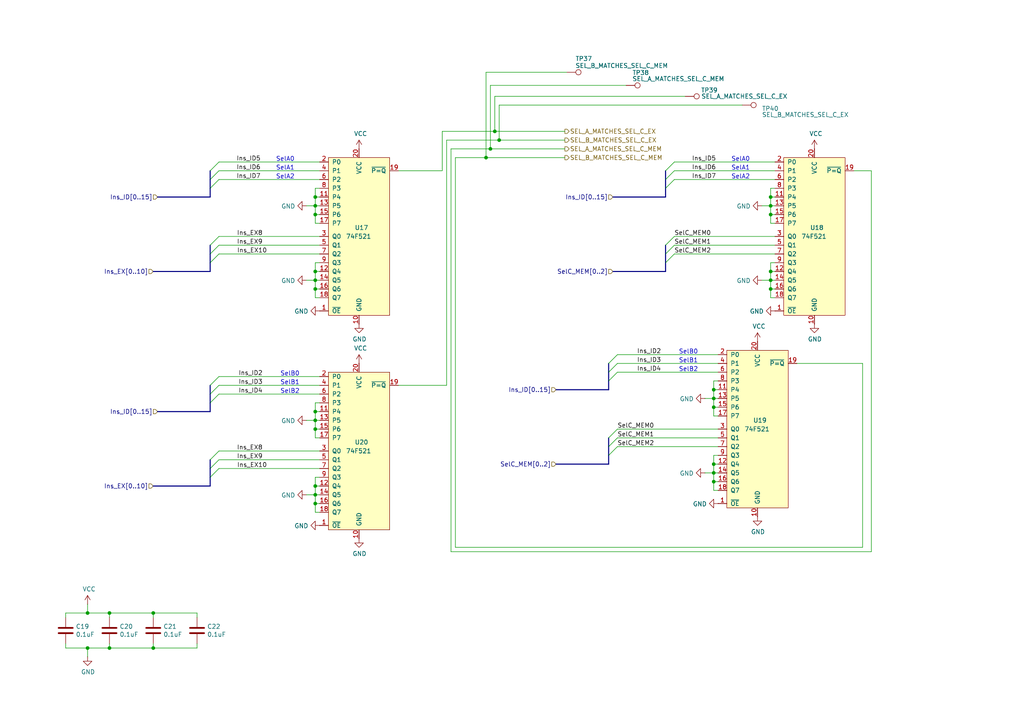
<source format=kicad_sch>
(kicad_sch (version 20250114) (generator "eeschema") (generator_version "9.0")
  (paper "A4")
  (title_block (date "2025-07-01") (rev "A"))
  (lib_symbols
    (symbol "Connector:TestPoint" (pin_numbers (hide yes)) (pin_names (offset 0.762) (hide yes))
      (property "Reference" "TP" (at 0 6.858 0))
      (property "Value" "TestPoint" (at 0 5.08 0))
      (symbol "TestPoint_0_1"
        (circle (center 0 3.302) (radius 0.762))
      )
      (symbol "TestPoint_1_1"
        (pin passive line (at 0 0 90) (length 2.54) (name "1") (number "1"))
      )
    )
    (symbol "Device:C" (pin_numbers (hide yes)) (pin_names (offset 0.254))
      (property "Reference" "C" (at 0.635 2.54 0))
      (property "Value" "C" (at 0.635 -2.54 0))
      (symbol "C_0_1"
        (polyline (pts (xy -2.032 0.762) (xy 2.032 0.762)) (stroke (width 0.508)))
        (polyline (pts (xy -2.032 -0.762) (xy 2.032 -0.762)) (stroke (width 0.508)))
      )
      (symbol "C_1_1"
        (pin passive line (at 0 3.81 270) (length 2.794) (name "~") (number "1"))
        (pin passive line (at 0 -3.81 90) (length 2.794) (name "~") (number "2"))
      )
    )
    (symbol "Turtle16:74F521" (pin_names (offset 1.016))
      (symbol "74F521_0_0"
        (pin input line (at -11.43 19.05 0) (length 2.54) (name "P0") (number "2"))
        (pin input line (at -11.43 16.51 0) (length 2.54) (name "P1") (number "4"))
        (pin input line (at -11.43 13.97 0) (length 2.54) (name "P2") (number "6"))
        (pin input line (at -11.43 11.43 0) (length 2.54) (name "P3") (number "8"))
        (pin input line (at -11.43 8.89 0) (length 2.54) (name "P4") (number "11"))
        (pin input line (at -11.43 6.35 0) (length 2.54) (name "P5") (number "13"))
        (pin input line (at -11.43 3.81 0) (length 2.54) (name "P6") (number "15"))
        (pin input line (at -11.43 1.27 0) (length 2.54) (name "P7") (number "17"))
        (pin input line (at -11.43 -2.54 0) (length 2.54) (name "Q0") (number "3"))
        (pin input line (at -11.43 -5.08 0) (length 2.54) (name "Q1") (number "5"))
        (pin input line (at -11.43 -7.62 0) (length 2.54) (name "Q2") (number "7"))
        (pin input line (at -11.43 -10.16 0) (length 2.54) (name "Q3") (number "9"))
        (pin input line (at -11.43 -12.7 0) (length 2.54) (name "Q4") (number "12"))
        (pin input line (at -11.43 -15.24 0) (length 2.54) (name "Q5") (number "14"))
        (pin input line (at -11.43 -17.78 0) (length 2.54) (name "Q6") (number "16"))
        (pin input line (at -11.43 -20.32 0) (length 2.54) (name "Q7") (number "18"))
        (pin input line (at -11.43 -24.13 0) (length 2.54) (name "~{OE}") (number "1"))
        (pin power_in line (at 0 22.86 270) (length 2.54) (name "VCC") (number "20"))
        (pin power_in line (at 0 -27.94 90) (length 2.54) (name "GND") (number "10"))
        (pin output line (at 11.43 16.51 180) (length 2.54) (name "~{P=Q}") (number "19"))
      )
      (symbol "74F521_0_1"
        (rectangle (start -8.89 20.32) (end 8.89 -25.4) (fill (type background)))
      )
    )
    (symbol "power:GND" (power) (pin_numbers (hide yes)) (pin_names (offset 0) (hide yes))
      (property "Value" "GND" (at 0 -3.81 0))
      (symbol "GND_0_1"
        (polyline (pts (xy 0 0) (xy 0 -1.27) (xy 1.27 -1.27) (xy 0 -2.54) (xy -1.27 -1.27) (xy 0 -1.27)))
      )
      (symbol "GND_1_1"
        (pin power_in line (at 0 0 270) (length 0) (name "~") (number "1"))
      )
    )
    (symbol "power:VCC" (power) (pin_numbers (hide yes)) (pin_names (offset 0) (hide yes))
      (property "Value" "VCC" (at 0 3.556 0))
      (symbol "VCC_0_1"
        (polyline (pts (xy -0.762 1.27) (xy 0 2.54)))
        (polyline (pts (xy 0 2.54) (xy 0.762 1.27)))
        (polyline (pts (xy 0 0) (xy 0 2.54)))
      )
      (symbol "VCC_1_1"
        (pin power_in line (at 0 0 90) (length 0) (name "~") (number "1"))
      )
    )
  )
  (text "SelA0" (at 212.09 46.99 0) (effects (font (size 1.27 1.27)) (justify left bottom)))
  (text "SelB1" (at 81.28 111.76 0) (effects (font (size 1.27 1.27)) (justify left bottom)))
  (text "SelA2" (at 212.09 52.07 0) (effects (font (size 1.27 1.27)) (justify left bottom)))
  (text "SelA1" (at 212.09 49.53 0) (effects (font (size 1.27 1.27)) (justify left bottom)))
  (text "SelB2" (at 196.85 107.95 0) (effects (font (size 1.27 1.27)) (justify left bottom)))
  (text "SelA0" (at 80.01 46.99 0) (effects (font (size 1.27 1.27)) (justify left bottom)))
  (text "SelB2" (at 81.28 114.3 0) (effects (font (size 1.27 1.27)) (justify left bottom)))
  (text "SelA1" (at 80.01 49.53 0) (effects (font (size 1.27 1.27)) (justify left bottom)))
  (text "SelA2" (at 80.01 52.07 0) (effects (font (size 1.27 1.27)) (justify left bottom)))
  (text "SelB0" (at 196.85 102.87 0) (effects (font (size 1.27 1.27)) (justify left bottom)))
  (text "SelB0" (at 81.28 109.22 0) (effects (font (size 1.27 1.27)) (justify left bottom)))
  (text "SelB1" (at 196.85 105.41 0) (effects (font (size 1.27 1.27)) (justify left bottom)))
  (junction (at 207.01 139.7))
  (junction (at 144.78 40.64))
  (junction (at 25.4 177.8))
  (junction (at 207.01 113.03))
  (junction (at 91.44 57.15))
  (junction (at 207.01 137.16))
  (junction (at 143.51 38.1))
  (junction (at 223.52 78.74))
  (junction (at 91.44 119.38))
  (junction (at 223.52 59.69))
  (junction (at 142.24 43.18))
  (junction (at 140.97 45.72))
  (junction (at 25.4 187.96))
  (junction (at 91.44 146.05))
  (junction (at 91.44 140.97))
  (junction (at 207.01 118.11))
  (junction (at 223.52 57.15))
  (junction (at 223.52 62.23))
  (junction (at 91.44 143.51))
  (junction (at 91.44 59.69))
  (junction (at 91.44 81.28))
  (junction (at 223.52 83.82))
  (junction (at 44.45 187.96))
  (junction (at 31.75 187.96))
  (junction (at 223.52 81.28))
  (junction (at 31.75 177.8))
  (junction (at 91.44 62.23))
  (junction (at 91.44 121.92))
  (junction (at 207.01 115.57))
  (junction (at 207.01 134.62))
  (junction (at 44.45 177.8))
  (junction (at 91.44 83.82))
  (junction (at 91.44 78.74))
  (junction (at 91.44 124.46))
  (bus_entry (at 193.04 71.12) (size 2.54 -2.54))
  (bus_entry (at 63.5 46.99) (size -2.54 2.54))
  (bus_entry (at 176.53 127) (size 2.54 -2.54))
  (bus_entry (at 179.07 102.87) (size -2.54 2.54))
  (bus_entry (at 63.5 49.53) (size -2.54 2.54))
  (bus_entry (at 193.04 76.2) (size 2.54 -2.54))
  (bus_entry (at 179.07 105.41) (size -2.54 2.54))
  (bus_entry (at 60.96 138.43) (size 2.54 -2.54))
  (bus_entry (at 63.5 114.3) (size -2.54 2.54))
  (bus_entry (at 176.53 132.08) (size 2.54 -2.54))
  (bus_entry (at 195.58 49.53) (size -2.54 2.54))
  (bus_entry (at 60.96 71.12) (size 2.54 -2.54))
  (bus_entry (at 63.5 109.22) (size -2.54 2.54))
  (bus_entry (at 195.58 46.99) (size -2.54 2.54))
  (bus_entry (at 63.5 111.76) (size -2.54 2.54))
  (bus_entry (at 179.07 107.95) (size -2.54 2.54))
  (bus_entry (at 60.96 135.89) (size 2.54 -2.54))
  (bus_entry (at 195.58 52.07) (size -2.54 2.54))
  (bus_entry (at 60.96 133.35) (size 2.54 -2.54))
  (bus_entry (at 63.5 52.07) (size -2.54 2.54))
  (bus_entry (at 193.04 73.66) (size 2.54 -2.54))
  (bus_entry (at 60.96 73.66) (size 2.54 -2.54))
  (bus_entry (at 176.53 129.54) (size 2.54 -2.54))
  (bus_entry (at 60.96 76.2) (size 2.54 -2.54))
  (bus (pts (xy 60.96 52.07) (xy 60.96 54.61)))
  (wire (pts (xy 143.51 27.94) (xy 143.51 38.1)))
  (bus (pts (xy 60.96 49.53) (xy 60.96 52.07)))
  (wire (pts (xy 91.44 57.15) (xy 91.44 59.69)))
  (wire (pts (xy 140.97 45.72) (xy 163.83 45.72)))
  (bus (pts (xy 177.8 78.74) (xy 193.04 78.74)))
  (wire (pts (xy 44.45 187.96) (xy 57.15 187.96)))
  (wire (pts (xy 91.44 62.23) (xy 91.44 64.77)))
  (wire (pts (xy 195.58 46.99) (xy 224.79 46.99)))
  (bus (pts (xy 161.29 134.62) (xy 176.53 134.62)))
  (bus (pts (xy 176.53 110.49) (xy 176.53 113.03)))
  (bus (pts (xy 176.53 105.41) (xy 176.53 107.95)))
  (wire (pts (xy 130.81 43.18) (xy 142.24 43.18)))
  (bus (pts (xy 176.53 127) (xy 176.53 129.54)))
  (wire (pts (xy 92.71 140.97) (xy 91.44 140.97)))
  (wire (pts (xy 231.14 105.41) (xy 250.19 105.41)))
  (wire (pts (xy 63.5 109.22) (xy 92.71 109.22)))
  (bus (pts (xy 60.96 135.89) (xy 60.96 138.43)))
  (bus (pts (xy 176.53 132.08) (xy 176.53 134.62)))
  (wire (pts (xy 91.44 121.92) (xy 91.44 124.46)))
  (wire (pts (xy 132.08 45.72) (xy 140.97 45.72)))
  (wire (pts (xy 224.79 68.58) (xy 195.58 68.58)))
  (wire (pts (xy 223.52 59.69) (xy 224.79 59.69)))
  (wire (pts (xy 215.265 30.48) (xy 144.78 30.48)))
  (bus (pts (xy 176.53 129.54) (xy 176.53 132.08)))
  (bus (pts (xy 193.04 73.66) (xy 193.04 76.2)))
  (wire (pts (xy 207.01 115.57) (xy 208.28 115.57)))
  (wire (pts (xy 25.4 190.5) (xy 25.4 187.96)))
  (wire (pts (xy 207.01 139.7) (xy 207.01 142.24)))
  (wire (pts (xy 57.15 177.8) (xy 57.15 179.07)))
  (wire (pts (xy 91.44 121.92) (xy 88.9 121.92)))
  (wire (pts (xy 142.24 24.765) (xy 142.24 43.18)))
  (wire (pts (xy 224.79 57.15) (xy 223.52 57.15)))
  (wire (pts (xy 25.4 187.96) (xy 31.75 187.96)))
  (wire (pts (xy 91.44 59.69) (xy 91.44 62.23)))
  (wire (pts (xy 207.01 137.16) (xy 204.47 137.16)))
  (wire (pts (xy 91.44 59.69) (xy 92.71 59.69)))
  (bus (pts (xy 193.04 71.12) (xy 193.04 73.66)))
  (wire (pts (xy 207.01 120.65) (xy 208.28 120.65)))
  (wire (pts (xy 207.01 137.16) (xy 207.01 139.7)))
  (bus (pts (xy 60.96 57.15) (xy 45.72 57.15)))
  (wire (pts (xy 179.07 102.87) (xy 208.28 102.87)))
  (wire (pts (xy 223.52 64.77) (xy 224.79 64.77)))
  (bus (pts (xy 193.04 49.53) (xy 193.04 52.07)))
  (wire (pts (xy 142.24 24.765) (xy 181.61 24.765)))
  (wire (pts (xy 208.28 129.54) (xy 179.07 129.54)))
  (wire (pts (xy 207.01 142.24) (xy 208.28 142.24)))
  (wire (pts (xy 91.44 138.43) (xy 91.44 140.97)))
  (wire (pts (xy 250.19 158.75) (xy 132.08 158.75)))
  (wire (pts (xy 207.01 137.16) (xy 208.28 137.16)))
  (wire (pts (xy 224.79 73.66) (xy 195.58 73.66)))
  (wire (pts (xy 19.05 177.8) (xy 25.4 177.8)))
  (bus (pts (xy 60.96 73.66) (xy 60.96 76.2)))
  (wire (pts (xy 195.58 71.12) (xy 224.79 71.12)))
  (wire (pts (xy 19.05 179.07) (xy 19.05 177.8)))
  (bus (pts (xy 44.45 78.74) (xy 60.96 78.74)))
  (wire (pts (xy 92.71 83.82) (xy 91.44 83.82)))
  (wire (pts (xy 92.71 116.84) (xy 91.44 116.84)))
  (wire (pts (xy 63.5 68.58) (xy 92.71 68.58)))
  (bus (pts (xy 176.53 107.95) (xy 176.53 110.49)))
  (wire (pts (xy 208.28 124.46) (xy 179.07 124.46)))
  (wire (pts (xy 91.44 143.51) (xy 92.71 143.51)))
  (wire (pts (xy 25.4 175.26) (xy 25.4 177.8)))
  (wire (pts (xy 223.52 57.15) (xy 223.52 59.69)))
  (bus (pts (xy 176.53 113.03) (xy 161.29 113.03)))
  (wire (pts (xy 223.52 54.61) (xy 223.52 57.15)))
  (wire (pts (xy 91.44 81.28) (xy 91.44 83.82)))
  (wire (pts (xy 208.28 118.11) (xy 207.01 118.11)))
  (wire (pts (xy 92.71 76.2) (xy 91.44 76.2)))
  (wire (pts (xy 91.44 83.82) (xy 91.44 86.36)))
  (wire (pts (xy 195.58 49.53) (xy 224.79 49.53)))
  (wire (pts (xy 91.44 119.38) (xy 91.44 121.92)))
  (wire (pts (xy 63.5 71.12) (xy 92.71 71.12)))
  (wire (pts (xy 223.52 81.28) (xy 223.52 83.82)))
  (wire (pts (xy 208.28 110.49) (xy 207.01 110.49)))
  (bus (pts (xy 193.04 54.61) (xy 193.04 57.15)))
  (wire (pts (xy 207.01 115.57) (xy 207.01 118.11)))
  (wire (pts (xy 91.44 121.92) (xy 92.71 121.92)))
  (wire (pts (xy 91.44 148.59) (xy 92.71 148.59)))
  (wire (pts (xy 207.01 110.49) (xy 207.01 113.03)))
  (wire (pts (xy 91.44 81.28) (xy 92.71 81.28)))
  (wire (pts (xy 208.28 132.08) (xy 207.01 132.08)))
  (bus (pts (xy 193.04 57.15) (xy 177.8 57.15)))
  (wire (pts (xy 92.71 54.61) (xy 91.44 54.61)))
  (bus (pts (xy 60.96 133.35) (xy 60.96 135.89)))
  (bus (pts (xy 60.96 114.3) (xy 60.96 116.84)))
  (wire (pts (xy 91.44 54.61) (xy 91.44 57.15)))
  (wire (pts (xy 92.71 146.05) (xy 91.44 146.05)))
  (wire (pts (xy 223.52 86.36) (xy 224.79 86.36)))
  (wire (pts (xy 128.27 49.53) (xy 128.27 38.1)))
  (wire (pts (xy 91.44 76.2) (xy 91.44 78.74)))
  (wire (pts (xy 223.52 83.82) (xy 223.52 86.36)))
  (wire (pts (xy 91.44 143.51) (xy 88.9 143.51)))
  (wire (pts (xy 207.01 113.03) (xy 207.01 115.57)))
  (wire (pts (xy 224.79 78.74) (xy 223.52 78.74)))
  (wire (pts (xy 44.45 177.8) (xy 57.15 177.8)))
  (wire (pts (xy 91.44 78.74) (xy 91.44 81.28)))
  (wire (pts (xy 63.5 73.66) (xy 92.71 73.66)))
  (bus (pts (xy 60.96 71.12) (xy 60.96 73.66)))
  (bus (pts (xy 60.96 116.84) (xy 60.96 119.38)))
  (wire (pts (xy 91.44 146.05) (xy 91.44 148.59)))
  (wire (pts (xy 207.01 134.62) (xy 207.01 137.16)))
  (bus (pts (xy 193.04 76.2) (xy 193.04 78.74)))
  (wire (pts (xy 224.79 54.61) (xy 223.52 54.61)))
  (wire (pts (xy 63.5 114.3) (xy 92.71 114.3)))
  (wire (pts (xy 224.79 76.2) (xy 223.52 76.2)))
  (wire (pts (xy 223.52 59.69) (xy 220.98 59.69)))
  (wire (pts (xy 140.97 20.955) (xy 164.465 20.955)))
  (wire (pts (xy 223.52 76.2) (xy 223.52 78.74)))
  (wire (pts (xy 92.71 124.46) (xy 91.44 124.46)))
  (wire (pts (xy 252.73 160.02) (xy 130.81 160.02)))
  (wire (pts (xy 19.05 187.96) (xy 25.4 187.96)))
  (wire (pts (xy 63.5 111.76) (xy 92.71 111.76)))
  (wire (pts (xy 92.71 119.38) (xy 91.44 119.38)))
  (wire (pts (xy 142.24 43.18) (xy 163.83 43.18)))
  (wire (pts (xy 63.5 46.99) (xy 92.71 46.99)))
  (wire (pts (xy 195.58 52.07) (xy 224.79 52.07)))
  (wire (pts (xy 140.97 20.955) (xy 140.97 45.72)))
  (wire (pts (xy 91.44 116.84) (xy 91.44 119.38)))
  (wire (pts (xy 144.78 40.64) (xy 163.83 40.64)))
  (wire (pts (xy 25.4 177.8) (xy 31.75 177.8)))
  (wire (pts (xy 92.71 57.15) (xy 91.44 57.15)))
  (wire (pts (xy 63.5 130.81) (xy 92.71 130.81)))
  (bus (pts (xy 60.96 138.43) (xy 60.96 140.97)))
  (wire (pts (xy 115.57 49.53) (xy 128.27 49.53)))
  (bus (pts (xy 44.45 140.97) (xy 60.96 140.97)))
  (wire (pts (xy 31.75 177.8) (xy 31.75 179.07)))
  (wire (pts (xy 92.71 62.23) (xy 91.44 62.23)))
  (wire (pts (xy 129.54 40.64) (xy 144.78 40.64)))
  (wire (pts (xy 31.75 187.96) (xy 31.75 186.69)))
  (bus (pts (xy 60.96 76.2) (xy 60.96 78.74)))
  (wire (pts (xy 223.52 62.23) (xy 223.52 64.77)))
  (wire (pts (xy 207.01 115.57) (xy 204.47 115.57)))
  (bus (pts (xy 193.04 52.07) (xy 193.04 54.61)))
  (wire (pts (xy 179.07 127) (xy 208.28 127)))
  (wire (pts (xy 31.75 177.8) (xy 44.45 177.8)))
  (wire (pts (xy 129.54 40.64) (xy 129.54 111.76)))
  (wire (pts (xy 247.65 49.53) (xy 252.73 49.53)))
  (wire (pts (xy 63.5 133.35) (xy 92.71 133.35)))
  (wire (pts (xy 252.73 49.53) (xy 252.73 160.02)))
  (wire (pts (xy 91.44 81.28) (xy 88.9 81.28)))
  (wire (pts (xy 224.79 83.82) (xy 223.52 83.82)))
  (wire (pts (xy 130.81 43.18) (xy 130.81 160.02)))
  (wire (pts (xy 223.52 81.28) (xy 220.98 81.28)))
  (wire (pts (xy 144.78 30.48) (xy 144.78 40.64)))
  (wire (pts (xy 91.44 124.46) (xy 91.44 127)))
  (wire (pts (xy 19.05 186.69) (xy 19.05 187.96)))
  (wire (pts (xy 63.5 135.89) (xy 92.71 135.89)))
  (wire (pts (xy 92.71 138.43) (xy 91.44 138.43)))
  (wire (pts (xy 115.57 111.76) (xy 129.54 111.76)))
  (wire (pts (xy 91.44 59.69) (xy 88.9 59.69)))
  (wire (pts (xy 207.01 132.08) (xy 207.01 134.62)))
  (wire (pts (xy 57.15 187.96) (xy 57.15 186.69)))
  (bus (pts (xy 60.96 111.76) (xy 60.96 114.3)))
  (wire (pts (xy 91.44 86.36) (xy 92.71 86.36)))
  (wire (pts (xy 179.07 107.95) (xy 208.28 107.95)))
  (wire (pts (xy 91.44 143.51) (xy 91.44 146.05)))
  (wire (pts (xy 91.44 127) (xy 92.71 127)))
  (wire (pts (xy 143.51 38.1) (xy 163.83 38.1)))
  (wire (pts (xy 198.755 27.94) (xy 143.51 27.94)))
  (wire (pts (xy 92.71 78.74) (xy 91.44 78.74)))
  (wire (pts (xy 128.27 38.1) (xy 143.51 38.1)))
  (wire (pts (xy 44.45 177.8) (xy 44.45 179.07)))
  (wire (pts (xy 63.5 49.53) (xy 92.71 49.53)))
  (wire (pts (xy 223.52 59.69) (xy 223.52 62.23)))
  (wire (pts (xy 208.28 139.7) (xy 207.01 139.7)))
  (wire (pts (xy 91.44 140.97) (xy 91.44 143.51)))
  (wire (pts (xy 208.28 113.03) (xy 207.01 113.03)))
  (wire (pts (xy 31.75 187.96) (xy 44.45 187.96)))
  (bus (pts (xy 60.96 54.61) (xy 60.96 57.15)))
  (bus (pts (xy 60.96 119.38) (xy 45.72 119.38)))
  (wire (pts (xy 44.45 187.96) (xy 44.45 186.69)))
  (wire (pts (xy 179.07 105.41) (xy 208.28 105.41)))
  (wire (pts (xy 223.52 81.28) (xy 224.79 81.28)))
  (wire (pts (xy 132.08 45.72) (xy 132.08 158.75)))
  (wire (pts (xy 224.79 62.23) (xy 223.52 62.23)))
  (wire (pts (xy 207.01 118.11) (xy 207.01 120.65)))
  (wire (pts (xy 63.5 52.07) (xy 92.71 52.07)))
  (wire (pts (xy 223.52 78.74) (xy 223.52 81.28)))
  (wire (pts (xy 208.28 134.62) (xy 207.01 134.62)))
  (wire (pts (xy 91.44 64.77) (xy 92.71 64.77)))
  (wire (pts (xy 250.19 105.41) (xy 250.19 158.75)))
  (label "Ins_ID7" (at 200.66 52.07 0))
  (label "SelC_MEM1" (at 195.58 71.12 0))
  (label "SelC_MEM0" (at 195.58 68.58 0))
  (label "SelC_MEM0" (at 179.07 124.46 0))
  (label "Ins_ID3" (at 76.2 111.76 180))
  (label "Ins_EX9" (at 76.2 133.35 180))
  (label "Ins_EX10" (at 77.47 135.89 180))
  (label "Ins_EX9" (at 76.2 71.12 180))
  (label "Ins_EX8" (at 76.2 68.58 180))
  (label "Ins_ID2" (at 76.2 109.22 180))
  (label "Ins_EX8" (at 76.2 130.81 180))
  (label "SelC_MEM2" (at 179.07 129.54 0))
  (label "Ins_ID4" (at 76.2 114.3 180))
  (label "Ins_ID6" (at 68.58 49.53 0))
  (label "Ins_EX10" (at 77.47 73.66 180))
  (label "Ins_ID2" (at 191.77 102.87 180))
  (label "Ins_ID6" (at 200.66 49.53 0))
  (label "SelC_MEM1" (at 179.07 127 0))
  (label "Ins_ID3" (at 191.77 105.41 180))
  (label "SelC_MEM2" (at 195.58 73.66 0))
  (label "Ins_ID5" (at 200.66 46.99 0))
  (label "Ins_ID5" (at 68.58 46.99 0))
  (label "Ins_ID7" (at 68.58 52.07 0))
  (label "Ins_ID4" (at 191.77 107.95 180))
  (hierarchical_label "SEL_A_MATCHES_SEL_C_EX" (shape output) (at 163.83 38.1 0))
  (hierarchical_label "Ins_EX[0..10]" (shape input) (at 44.45 78.74 180))
  (hierarchical_label "SEL_A_MATCHES_SEL_C_MEM" (shape output) (at 163.83 43.18 0))
  (hierarchical_label "SEL_B_MATCHES_SEL_C_MEM" (shape output) (at 163.83 45.72 0))
  (hierarchical_label "SelC_MEM[0..2]" (shape input) (at 161.29 134.62 180))
  (hierarchical_label "Ins_ID[0..15]" (shape input) (at 161.29 113.03 180))
  (hierarchical_label "Ins_ID[0..15]" (shape input) (at 45.72 119.38 180))
  (hierarchical_label "Ins_ID[0..15]" (shape input) (at 45.72 57.15 180))
  (hierarchical_label "Ins_EX[0..10]" (shape input) (at 44.45 140.97 180))
  (hierarchical_label "SelC_MEM[0..2]" (shape input) (at 177.8 78.74 180))
  (hierarchical_label "Ins_ID[0..15]" (shape input) (at 177.8 57.15 180))
  (hierarchical_label "SEL_B_MATCHES_SEL_C_EX" (shape output) (at 163.83 40.64 0))
  (symbol (lib_id "Device:C") (at 19.05 182.88 0) (unit 1)
    (property "Reference" "C19" (at 21.971 181.7116 0) (effects (justify left)))
    (property "Value" "0.1uF" (at 21.971 184.023 0) (effects (justify left)))
    (property "Footprint" "Capacitor_SMD:C_0603_1608Metric" (effects (hide yes)))
    (property "Datasheet" "https://www.mouser.com/datasheet/2/396/taiyo_yuden_12132018_mlcc11_hq_e-1510082.pdf" (effects (hide yes)))
    (property "Manufacturer" "Taiyo Yuden" (effects (hide yes)))
    (property "Manufacturer#" "EMK107B7104KAHT" (effects (hide yes)))
    (property "Mouser#" "963-EMK107B7104KAHT" (effects (hide yes)))
    (property "Digikey#" "587-6004-1-ND" (effects (hide yes)))
    (instances (project "" (path "" (reference "C19") (unit 1))) (project "" (path "" (reference "C6") (unit 1))))
  )
  (symbol (lib_id "power:VCC") (at 25.4 175.26 0) (unit 1)
    (property "Reference" "#PWR0560" (effects (hide yes)))
    (property "Value" "VCC" (at 25.8318 170.8658 0))
    (property "Description" "Power symbol creates a global label with name \"VCC\"" (effects (hide yes)))
    (instances (project "" (path "" (reference "#PWR0560") (unit 1))) (project "" (path "" (reference "#PWR024") (unit 1))))
  )
  (symbol (lib_id "power:GND") (at 25.4 190.5 0) (unit 1)
    (property "Reference" "#PWR0561" (effects (hide yes)))
    (property "Value" "GND" (at 25.527 194.8942 0))
    (property "Description" "Power symbol creates a global label with name \"GND\" , ground" (effects (hide yes)))
    (instances (project "" (path "" (reference "#PWR0561") (unit 1))) (project "" (path "" (reference "#PWR025") (unit 1))))
  )
  (symbol (lib_id "Device:C") (at 31.75 182.88 0) (unit 1)
    (property "Reference" "C20" (at 34.671 181.7116 0) (effects (justify left)))
    (property "Value" "0.1uF" (at 34.671 184.023 0) (effects (justify left)))
    (property "Footprint" "Capacitor_SMD:C_0603_1608Metric" (effects (hide yes)))
    (property "Datasheet" "https://www.mouser.com/datasheet/2/396/taiyo_yuden_12132018_mlcc11_hq_e-1510082.pdf" (effects (hide yes)))
    (property "Manufacturer" "Taiyo Yuden" (effects (hide yes)))
    (property "Manufacturer#" "EMK107B7104KAHT" (effects (hide yes)))
    (property "Mouser#" "963-EMK107B7104KAHT" (effects (hide yes)))
    (property "Digikey#" "587-6004-1-ND" (effects (hide yes)))
    (instances (project "" (path "" (reference "C20") (unit 1))) (project "" (path "" (reference "C7") (unit 1))))
  )
  (symbol (lib_id "Device:C") (at 44.45 182.88 0) (unit 1)
    (property "Reference" "C21" (at 47.371 181.7116 0) (effects (justify left)))
    (property "Value" "0.1uF" (at 47.371 184.023 0) (effects (justify left)))
    (property "Footprint" "Capacitor_SMD:C_0603_1608Metric" (effects (hide yes)))
    (property "Datasheet" "https://www.mouser.com/datasheet/2/396/taiyo_yuden_12132018_mlcc11_hq_e-1510082.pdf" (effects (hide yes)))
    (property "Manufacturer" "Taiyo Yuden" (effects (hide yes)))
    (property "Manufacturer#" "EMK107B7104KAHT" (effects (hide yes)))
    (property "Mouser#" "963-EMK107B7104KAHT" (effects (hide yes)))
    (property "Digikey#" "587-6004-1-ND" (effects (hide yes)))
    (instances (project "" (path "" (reference "C21") (unit 1))) (project "" (path "" (reference "C8") (unit 1))))
  )
  (symbol (lib_id "Device:C") (at 57.15 182.88 0) (unit 1)
    (property "Reference" "C22" (at 60.071 181.7116 0) (effects (justify left)))
    (property "Value" "0.1uF" (at 60.071 184.023 0) (effects (justify left)))
    (property "Footprint" "Capacitor_SMD:C_0603_1608Metric" (effects (hide yes)))
    (property "Datasheet" "https://www.mouser.com/datasheet/2/396/taiyo_yuden_12132018_mlcc11_hq_e-1510082.pdf" (effects (hide yes)))
    (property "Manufacturer" "Taiyo Yuden" (effects (hide yes)))
    (property "Manufacturer#" "EMK107B7104KAHT" (effects (hide yes)))
    (property "Mouser#" "963-EMK107B7104KAHT" (effects (hide yes)))
    (property "Digikey#" "587-6004-1-ND" (effects (hide yes)))
    (instances (project "" (path "" (reference "C22") (unit 1))) (project "" (path "" (reference "C9") (unit 1))))
  )
  (symbol (lib_id "Turtle16:74F521") (at 104.14 66.04 0) (unit 1)
    (property "Reference" "U17" (at 102.87 66.04 0) (effects (justify left)))
    (property "Value" "74F521" (at 100.33 68.58 0) (effects (justify left)))
    (property "Footprint" "Package_SO:SOIC-20W_7.5x12.8mm_P1.27mm" (effects (hide yes)))
    (property "Datasheet" "https://www.ti.com/general/docs/suppproductinfo.tsp?distId=26&gotoUrl=https://www.ti.com/lit/gpn/sn74f521" (effects (hide yes)))
    (property "Manufacturer" "Texas Instruments" (effects (hide yes)))
    (property "Manufacturer#" "SN74F521DWR" (effects (hide yes)))
    (property "Mouser#" "595-SN74F521DWR" (effects (hide yes)))
    (property "Digikey#" "296-14819-1-ND" (effects (hide yes)))
    (instances (project "" (path "" (reference "U17") (unit 1))) (project "" (path "" (reference "U6") (unit 1))))
  )
  (symbol (lib_id "power:VCC") (at 104.14 43.18 0) (unit 1)
    (property "Reference" "#PWR0540" (effects (hide yes)))
    (property "Value" "VCC" (at 104.5718 38.7858 0))
    (property "Description" "Power symbol creates a global label with name \"VCC\"" (effects (hide yes)))
    (instances (project "" (path "" (reference "#PWR0540") (unit 1))) (project "" (path "" (reference "#PWR032") (unit 1))))
  )
  (symbol (lib_id "power:GND") (at 104.14 93.98 0) (unit 1)
    (property "Reference" "#PWR0548" (effects (hide yes)))
    (property "Value" "GND" (at 104.267 98.3742 0))
    (property "Description" "Power symbol creates a global label with name \"GND\" , ground" (effects (hide yes)))
    (instances (project "" (path "" (reference "#PWR0548") (unit 1))) (project "" (path "" (reference "#PWR033") (unit 1))))
  )
  (symbol (lib_id "power:GND") (at 92.71 90.17 270) (unit 1)
    (property "Reference" "#PWR0546" (effects (hide yes)))
    (property "Value" "GND" (at 89.4588 90.297 90) (effects (justify right)))
    (property "Description" "Power symbol creates a global label with name \"GND\" , ground" (effects (hide yes)))
    (instances (project "" (path "" (reference "#PWR0546") (unit 1))) (project "" (path "" (reference "#PWR030") (unit 1))))
  )
  (symbol (lib_id "power:GND") (at 88.9 81.28 270) (unit 1)
    (property "Reference" "#PWR0544" (effects (hide yes)))
    (property "Value" "GND" (at 85.6488 81.407 90) (effects (justify right)))
    (property "Description" "Power symbol creates a global label with name \"GND\" , ground" (effects (hide yes)))
    (instances (project "" (path "" (reference "#PWR0544") (unit 1))) (project "" (path "" (reference "#PWR027") (unit 1))))
  )
  (symbol (lib_id "power:GND") (at 88.9 59.69 270) (unit 1)
    (property "Reference" "#PWR0542" (effects (hide yes)))
    (property "Value" "GND" (at 85.6488 59.817 90) (effects (justify right)))
    (property "Description" "Power symbol creates a global label with name \"GND\" , ground" (effects (hide yes)))
    (instances (project "" (path "" (reference "#PWR0542") (unit 1))) (project "" (path "" (reference "#PWR026") (unit 1))))
  )
  (symbol (lib_id "Turtle16:74F521") (at 104.14 128.27 0) (unit 1)
    (property "Reference" "U20" (at 102.87 128.27 0) (effects (justify left)))
    (property "Value" "74F521" (at 100.33 130.81 0) (effects (justify left)))
    (property "Footprint" "Package_SO:SOIC-20W_7.5x12.8mm_P1.27mm" (effects (hide yes)))
    (property "Datasheet" "https://www.ti.com/general/docs/suppproductinfo.tsp?distId=26&gotoUrl=https://www.ti.com/lit/gpn/sn74f521" (effects (hide yes)))
    (property "Manufacturer" "Texas Instruments" (effects (hide yes)))
    (property "Manufacturer#" "SN74F521DWR" (effects (hide yes)))
    (property "Mouser#" "595-SN74F521DWR" (effects (hide yes)))
    (property "Digikey#" "296-14819-1-ND" (effects (hide yes)))
    (instances (project "" (path "" (reference "U20") (unit 1))) (project "" (path "" (reference "U7") (unit 1))))
  )
  (symbol (lib_id "power:VCC") (at 104.14 105.41 0) (unit 1)
    (property "Reference" "#PWR0551" (effects (hide yes)))
    (property "Value" "VCC" (at 104.5718 101.0158 0))
    (property "Description" "Power symbol creates a global label with name \"VCC\"" (effects (hide yes)))
    (instances (project "" (path "" (reference "#PWR0551") (unit 1))) (project "" (path "" (reference "#PWR034") (unit 1))))
  )
  (symbol (lib_id "power:GND") (at 104.14 156.21 0) (unit 1)
    (property "Reference" "#PWR0559" (effects (hide yes)))
    (property "Value" "GND" (at 104.267 160.6042 0))
    (property "Description" "Power symbol creates a global label with name \"GND\" , ground" (effects (hide yes)))
    (instances (project "" (path "" (reference "#PWR0559") (unit 1))) (project "" (path "" (reference "#PWR035") (unit 1))))
  )
  (symbol (lib_id "power:GND") (at 92.71 152.4 270) (unit 1)
    (property "Reference" "#PWR0558" (effects (hide yes)))
    (property "Value" "GND" (at 89.4588 152.527 90) (effects (justify right)))
    (property "Description" "Power symbol creates a global label with name \"GND\" , ground" (effects (hide yes)))
    (instances (project "" (path "" (reference "#PWR0558") (unit 1))) (project "" (path "" (reference "#PWR031") (unit 1))))
  )
  (symbol (lib_id "power:GND") (at 88.9 143.51 270) (unit 1)
    (property "Reference" "#PWR0555" (effects (hide yes)))
    (property "Value" "GND" (at 85.6488 143.637 90) (effects (justify right)))
    (property "Description" "Power symbol creates a global label with name \"GND\" , ground" (effects (hide yes)))
    (instances (project "" (path "" (reference "#PWR0555") (unit 1))) (project "" (path "" (reference "#PWR029") (unit 1))))
  )
  (symbol (lib_id "power:GND") (at 88.9 121.92 270) (unit 1)
    (property "Reference" "#PWR0553" (effects (hide yes)))
    (property "Value" "GND" (at 85.6488 122.047 90) (effects (justify right)))
    (property "Description" "Power symbol creates a global label with name \"GND\" , ground" (effects (hide yes)))
    (instances (project "" (path "" (reference "#PWR0553") (unit 1))) (project "" (path "" (reference "#PWR028") (unit 1))))
  )
  (symbol (lib_id "power:GND") (at 220.98 59.69 270) (unit 1)
    (property "Reference" "#PWR0543" (effects (hide yes)))
    (property "Value" "GND" (at 217.7288 59.817 90) (effects (justify right)))
    (property "Description" "Power symbol creates a global label with name \"GND\" , ground" (effects (hide yes)))
    (instances (project "" (path "" (reference "#PWR0543") (unit 1))) (project "" (path "" (reference "#PWR041") (unit 1))))
  )
  (symbol (lib_id "power:GND") (at 220.98 81.28 270) (unit 1)
    (property "Reference" "#PWR0545" (effects (hide yes)))
    (property "Value" "GND" (at 217.7288 81.407 90) (effects (justify right)))
    (property "Description" "Power symbol creates a global label with name \"GND\" , ground" (effects (hide yes)))
    (instances (project "" (path "" (reference "#PWR0545") (unit 1))) (project "" (path "" (reference "#PWR042") (unit 1))))
  )
  (symbol (lib_id "power:GND") (at 224.79 90.17 270) (unit 1)
    (property "Reference" "#PWR0547" (effects (hide yes)))
    (property "Value" "GND" (at 221.5388 90.297 90) (effects (justify right)))
    (property "Description" "Power symbol creates a global label with name \"GND\" , ground" (effects (hide yes)))
    (instances (project "" (path "" (reference "#PWR0547") (unit 1))) (project "" (path "" (reference "#PWR043") (unit 1))))
  )
  (symbol (lib_id "power:GND") (at 236.22 93.98 0) (unit 1)
    (property "Reference" "#PWR0549" (effects (hide yes)))
    (property "Value" "GND" (at 236.347 98.3742 0))
    (property "Description" "Power symbol creates a global label with name \"GND\" , ground" (effects (hide yes)))
    (instances (project "" (path "" (reference "#PWR0549") (unit 1))) (project "" (path "" (reference "#PWR045") (unit 1))))
  )
  (symbol (lib_id "power:VCC") (at 236.22 43.18 0) (unit 1)
    (property "Reference" "#PWR0541" (effects (hide yes)))
    (property "Value" "VCC" (at 236.6518 38.7858 0))
    (property "Description" "Power symbol creates a global label with name \"VCC\"" (effects (hide yes)))
    (instances (project "" (path "" (reference "#PWR0541") (unit 1))) (project "" (path "" (reference "#PWR044") (unit 1))))
  )
  (symbol (lib_id "Turtle16:74F521") (at 236.22 66.04 0) (unit 1)
    (property "Reference" "U18" (at 234.95 66.04 0) (effects (justify left)))
    (property "Value" "74F521" (at 232.41 68.58 0) (effects (justify left)))
    (property "Footprint" "Package_SO:SOIC-20W_7.5x12.8mm_P1.27mm" (effects (hide yes)))
    (property "Datasheet" "https://www.ti.com/general/docs/suppproductinfo.tsp?distId=26&gotoUrl=https://www.ti.com/lit/gpn/sn74f521" (effects (hide yes)))
    (property "Manufacturer" "Texas Instruments" (effects (hide yes)))
    (property "Manufacturer#" "SN74F521DWR" (effects (hide yes)))
    (property "Mouser#" "595-SN74F521DWR" (effects (hide yes)))
    (property "Digikey#" "296-14819-1-ND" (effects (hide yes)))
    (instances (project "" (path "" (reference "U18") (unit 1))) (project "" (path "" (reference "U9") (unit 1))))
  )
  (symbol (lib_id "Turtle16:74F521") (at 219.71 121.92 0) (unit 1)
    (property "Reference" "U19" (at 218.44 121.92 0) (effects (justify left)))
    (property "Value" "74F521" (at 215.9 124.46 0) (effects (justify left)))
    (property "Footprint" "Package_SO:SOIC-20W_7.5x12.8mm_P1.27mm" (effects (hide yes)))
    (property "Datasheet" "https://www.ti.com/general/docs/suppproductinfo.tsp?distId=26&gotoUrl=https://www.ti.com/lit/gpn/sn74f521" (effects (hide yes)))
    (property "Manufacturer" "Texas Instruments" (effects (hide yes)))
    (property "Manufacturer#" "SN74F521DWR" (effects (hide yes)))
    (property "Mouser#" "595-SN74F521DWR" (effects (hide yes)))
    (property "Digikey#" "296-14819-1-ND" (effects (hide yes)))
    (instances (project "" (path "" (reference "U19") (unit 1))) (project "" (path "" (reference "U8") (unit 1))))
  )
  (symbol (lib_id "power:VCC") (at 219.71 99.06 0) (unit 1)
    (property "Reference" "#PWR0550" (effects (hide yes)))
    (property "Value" "VCC" (at 220.1418 94.6658 0))
    (property "Description" "Power symbol creates a global label with name \"VCC\"" (effects (hide yes)))
    (instances (project "" (path "" (reference "#PWR0550") (unit 1))) (project "" (path "" (reference "#PWR039") (unit 1))))
  )
  (symbol (lib_id "power:GND") (at 219.71 149.86 0) (unit 1)
    (property "Reference" "#PWR0557" (effects (hide yes)))
    (property "Value" "GND" (at 219.837 154.2542 0))
    (property "Description" "Power symbol creates a global label with name \"GND\" , ground" (effects (hide yes)))
    (instances (project "" (path "" (reference "#PWR0557") (unit 1))) (project "" (path "" (reference "#PWR040") (unit 1))))
  )
  (symbol (lib_id "power:GND") (at 208.28 146.05 270) (unit 1)
    (property "Reference" "#PWR0556" (effects (hide yes)))
    (property "Value" "GND" (at 205.0288 146.177 90) (effects (justify right)))
    (property "Description" "Power symbol creates a global label with name \"GND\" , ground" (effects (hide yes)))
    (instances (project "" (path "" (reference "#PWR0556") (unit 1))) (project "" (path "" (reference "#PWR038") (unit 1))))
  )
  (symbol (lib_id "power:GND") (at 204.47 137.16 270) (unit 1)
    (property "Reference" "#PWR0554" (effects (hide yes)))
    (property "Value" "GND" (at 201.2188 137.287 90) (effects (justify right)))
    (property "Description" "Power symbol creates a global label with name \"GND\" , ground" (effects (hide yes)))
    (instances (project "" (path "" (reference "#PWR0554") (unit 1))) (project "" (path "" (reference "#PWR037") (unit 1))))
  )
  (symbol (lib_id "power:GND") (at 204.47 115.57 270) (unit 1)
    (property "Reference" "#PWR0552" (effects (hide yes)))
    (property "Value" "GND" (at 201.2188 115.697 90) (effects (justify right)))
    (property "Description" "Power symbol creates a global label with name \"GND\" , ground" (effects (hide yes)))
    (instances (project "" (path "" (reference "#PWR0552") (unit 1))) (project "" (path "" (reference "#PWR036") (unit 1))))
  )
  (symbol (lib_id "Connector:TestPoint") (at 215.265 30.48 270) (mirror x) (unit 1) (in_bom no)
    (property "Reference" "TP40" (at 220.98 31.496 90) (effects (justify left)))
    (property "Value" "SEL_B_MATCHES_SEL_C_EX" (at 220.98 33.274 90) (effects (justify left)))
    (property "Footprint" "TestPoint:TestPoint_Pad_D1.0mm" (effects (hide yes)))
    (instances (project "" (path "" (reference "TP40") (unit 1))) (project "" (path "" (reference "TP31") (unit 1))))
  )
  (symbol (lib_id "Connector:TestPoint") (at 164.465 20.955 270) (mirror x) (unit 1) (in_bom no)
    (property "Reference" "TP37" (at 166.878 17.018 90) (effects (justify left)))
    (property "Value" "SEL_B_MATCHES_SEL_C_MEM" (at 166.878 19.05 90) (effects (justify left)))
    (property "Footprint" "TestPoint:TestPoint_Pad_D1.0mm" (effects (hide yes)))
    (instances (project "" (path "" (reference "TP37") (unit 1))) (project "" (path "" (reference "TP28") (unit 1))))
  )
  (symbol (lib_id "Connector:TestPoint") (at 198.755 27.94 270) (mirror x) (unit 1) (in_bom no)
    (property "Reference" "TP39" (at 205.74 26.162 90))
    (property "Value" "SEL_A_MATCHES_SEL_C_EX" (at 215.9 27.94 90))
    (property "Footprint" "TestPoint:TestPoint_Pad_D1.0mm" (effects (hide yes)))
    (instances (project "" (path "" (reference "TP39") (unit 1))) (project "" (path "" (reference "TP30") (unit 1))))
  )
  (symbol (lib_id "Connector:TestPoint") (at 181.61 24.765 270) (mirror x) (unit 1) (in_bom no)
    (property "Reference" "TP38" (at 183.388 21.082 90) (effects (justify left)))
    (property "Value" "SEL_A_MATCHES_SEL_C_MEM" (at 183.388 22.86 90) (effects (justify left)))
    (property "Footprint" "TestPoint:TestPoint_Pad_D1.0mm" (effects (hide yes)))
    (instances (project "" (path "" (reference "TP38") (unit 1))) (project "" (path "" (reference "TP29") (unit 1))))
  )
)
</source>
